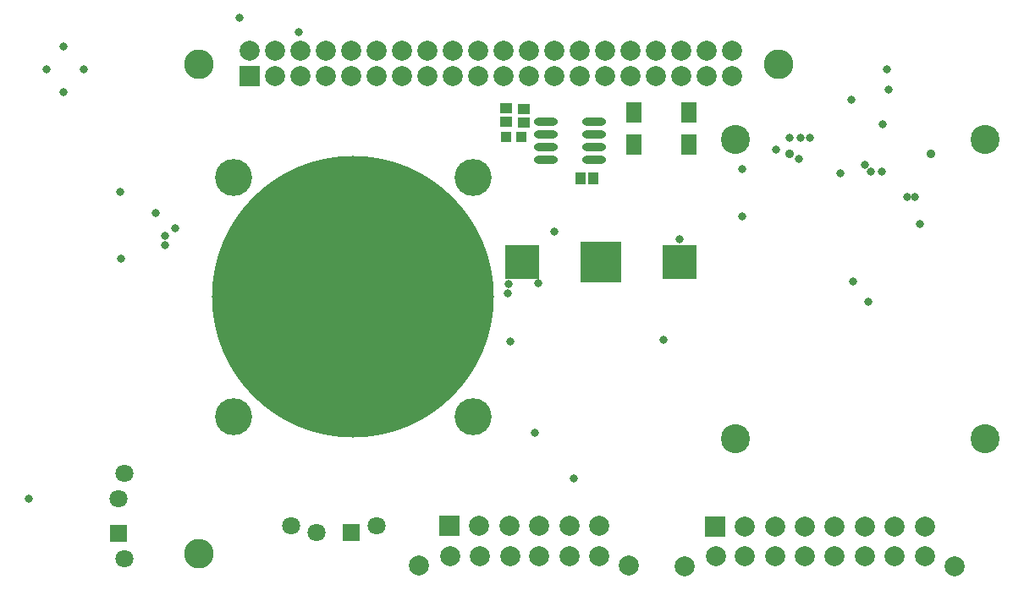
<source format=gbs>
G04*
G04 #@! TF.GenerationSoftware,Altium Limited,Altium Designer,18.1.9 (240)*
G04*
G04 Layer_Color=16711935*
%FSLAX25Y25*%
%MOIN*%
G70*
G01*
G75*
%ADD36R,0.04537X0.04143*%
%ADD38R,0.04147X0.04147*%
%ADD45R,0.04143X0.04537*%
%ADD58C,0.07887*%
%ADD59R,0.07887X0.07887*%
%ADD60C,0.03556*%
%ADD61R,0.07099X0.07099*%
%ADD62C,0.07099*%
%ADD63R,0.07099X0.07099*%
%ADD64C,0.14580*%
%ADD65C,1.11036*%
%ADD66C,0.11627*%
%ADD67C,0.11430*%
%ADD68C,0.03162*%
%ADD90O,0.09461X0.03162*%
%ADD91R,0.13320X0.13320*%
%ADD92R,0.16391X0.16391*%
%ADD93R,0.05918X0.08280*%
D36*
X194095Y189311D02*
D03*
Y183996D02*
D03*
X201181Y189173D02*
D03*
Y183858D02*
D03*
D38*
X194095Y177953D02*
D03*
X200197D02*
D03*
D45*
X228543Y161811D02*
D03*
X223228D02*
D03*
D58*
X347165Y12618D02*
D03*
Y24429D02*
D03*
X335354Y12618D02*
D03*
X358976Y24429D02*
D03*
X370787Y8917D02*
D03*
X311732Y12618D02*
D03*
X299921D02*
D03*
X264488Y8917D02*
D03*
X288110Y24429D02*
D03*
X299921D02*
D03*
X311732D02*
D03*
X335354D02*
D03*
X358976Y12618D02*
D03*
X276693D02*
D03*
X323543Y24429D02*
D03*
X288110Y12618D02*
D03*
X323543D02*
D03*
X92894Y211968D02*
D03*
X102894Y201969D02*
D03*
Y211968D02*
D03*
X112894Y201969D02*
D03*
Y211968D02*
D03*
X122894Y201969D02*
D03*
Y211968D02*
D03*
X132894Y201969D02*
D03*
Y211968D02*
D03*
X142894Y201969D02*
D03*
Y211968D02*
D03*
X152894Y201969D02*
D03*
Y211968D02*
D03*
X162894Y201969D02*
D03*
Y211968D02*
D03*
X172894Y201969D02*
D03*
Y211968D02*
D03*
X182894Y201969D02*
D03*
Y211968D02*
D03*
X192894Y201969D02*
D03*
Y211968D02*
D03*
X202894Y201969D02*
D03*
Y211968D02*
D03*
X212894Y201969D02*
D03*
Y211968D02*
D03*
X222894Y201969D02*
D03*
Y211968D02*
D03*
X232894Y201969D02*
D03*
Y211968D02*
D03*
X242894Y201969D02*
D03*
Y211968D02*
D03*
X252894Y201969D02*
D03*
Y211968D02*
D03*
X262894Y201969D02*
D03*
Y211968D02*
D03*
X272894Y201969D02*
D03*
Y211968D02*
D03*
X282894Y201969D02*
D03*
Y211968D02*
D03*
X207087Y12814D02*
D03*
X218898Y24625D02*
D03*
X195669Y12814D02*
D03*
X183858D02*
D03*
X172047D02*
D03*
X230709Y24625D02*
D03*
X207087D02*
D03*
X195276D02*
D03*
X183465D02*
D03*
X242520Y9114D02*
D03*
X159843D02*
D03*
X218898Y12814D02*
D03*
X230709D02*
D03*
D59*
X276299Y24429D02*
D03*
X92894Y201969D02*
D03*
X171653Y24625D02*
D03*
D60*
X361319Y171358D02*
D03*
X305807D02*
D03*
D61*
X133071Y22145D02*
D03*
D62*
X119291D02*
D03*
X142913Y24625D02*
D03*
X109449D02*
D03*
X43819Y45276D02*
D03*
Y11811D02*
D03*
X41339Y35433D02*
D03*
D63*
Y21654D02*
D03*
D64*
X86614Y67716D02*
D03*
X181102D02*
D03*
Y162205D02*
D03*
X86614D02*
D03*
D65*
X133858Y114961D02*
D03*
D66*
X301476Y206693D02*
D03*
X73130D02*
D03*
Y13780D02*
D03*
D67*
X382776Y177264D02*
D03*
Y59153D02*
D03*
X284350D02*
D03*
Y177264D02*
D03*
D68*
X206693Y120472D02*
D03*
X194588Y116535D02*
D03*
X194983Y120177D02*
D03*
X19685Y213779D02*
D03*
X89054Y225000D02*
D03*
X5906Y35433D02*
D03*
X335281Y167170D02*
D03*
X337697Y164396D02*
D03*
X341901D02*
D03*
X352165Y154292D02*
D03*
X309252Y169495D02*
D03*
X313677Y177878D02*
D03*
X300453Y173061D02*
D03*
X305610Y177878D02*
D03*
X112452Y219311D02*
D03*
X255906Y98130D02*
D03*
X195669Y97323D02*
D03*
X205413Y61314D02*
D03*
X220866Y43382D02*
D03*
X357185Y143853D02*
D03*
X355217Y154434D02*
D03*
X309941Y177878D02*
D03*
X342520Y183207D02*
D03*
X344882Y196850D02*
D03*
X344094Y204724D02*
D03*
X330709Y121260D02*
D03*
X336870Y113231D02*
D03*
X212894Y140635D02*
D03*
X262480Y137795D02*
D03*
X287008Y146850D02*
D03*
Y165354D02*
D03*
X42415Y130015D02*
D03*
X63691Y142027D02*
D03*
X42161Y156299D02*
D03*
X329921Y192913D02*
D03*
X325689Y163701D02*
D03*
X19685Y195866D02*
D03*
X13200Y204724D02*
D03*
X27559D02*
D03*
X56143Y148228D02*
D03*
X59665Y139173D02*
D03*
X59842Y135433D02*
D03*
D90*
X209819Y168996D02*
D03*
Y173996D02*
D03*
Y178996D02*
D03*
Y183996D02*
D03*
X228716Y168996D02*
D03*
Y173996D02*
D03*
Y178996D02*
D03*
Y183996D02*
D03*
D91*
X262480Y128642D02*
D03*
X200512D02*
D03*
D92*
X231496D02*
D03*
D93*
X266142Y175197D02*
D03*
Y187795D02*
D03*
X244488D02*
D03*
Y175197D02*
D03*
M02*

</source>
